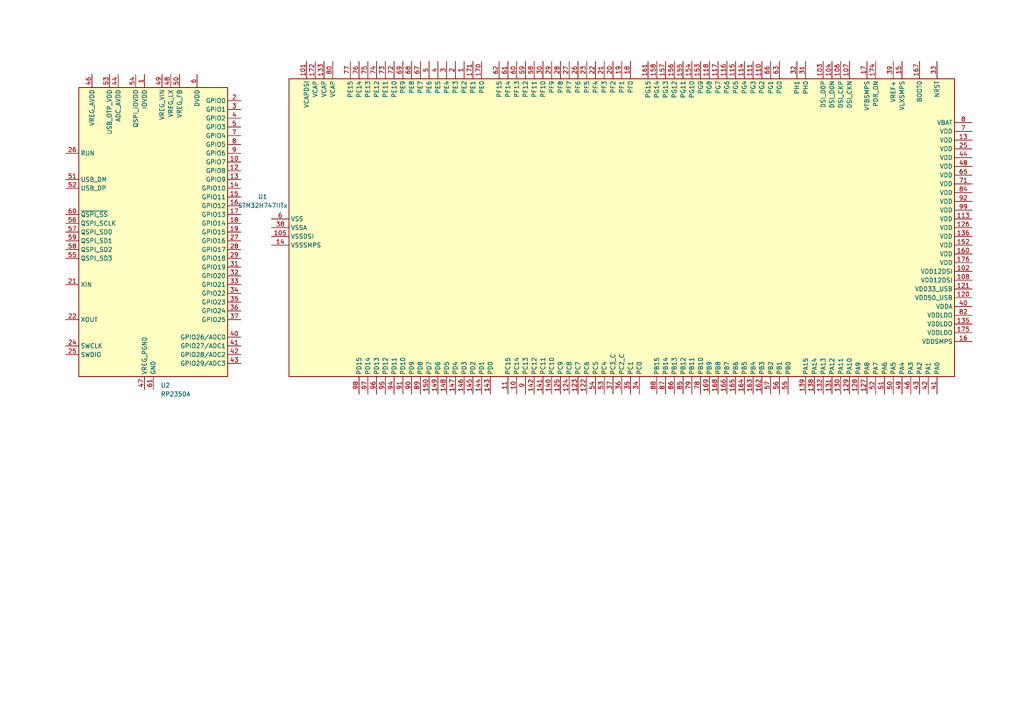
<source format=kicad_sch>
(kicad_sch (version 20250114) (generator "eeschema") (generator_version "9.0")
  (paper "A4")
  (lib_symbols
    (symbol "MCU_RaspberryPi:RP2350A"
      (property "Reference" "U" (at 17.526 47.244 0))
      (property "Value" "RP2350A" (at 17.526 44.704 0))
      (symbol "RP2350A_0_1"
        (rectangle (start -21.59 41.91) (end 21.59 -41.91) (stroke (width 0.254)) (fill (type background)))
      )
      (symbol "RP2350A_1_0"
        (pin power_in line (at -17.78 45.72 270) (length 3.81) (name "VREG_AVDD") (number "46"))
        (pin power_in line (at -12.7 45.72 270) (length 3.81) (name "USB_OTP_VDD") (number "53"))
        (pin power_in line (at -5.08 45.72 270) (length 3.81) (name "QSPI_IOVDD") (number "54"))
        (pin power_in line (at -2.54 -45.72 90) (length 3.81) (name "VREG_PGND") (number "47"))
        (pin passive line (at 12.7 45.72 270) (length 3.81) (hide yes) (name "DVDD") (number "39"))
        (pin power_in line (at 12.7 45.72 270) (length 3.81) (name "DVDD") (number "6"))
      )
      (symbol "RP2350A_1_1"
        (pin input line (at -25.4 22.86 0) (length 3.81) (name "RUN") (number "26"))
        (pin bidirectional line (at -25.4 15.24 0) (length 3.81) (name "USB_DM") (number "51"))
        (pin bidirectional line (at -25.4 12.7 0) (length 3.81) (name "USB_DP") (number "52"))
        (pin output line (at -25.4 5.08 0) (length 3.81) (name "~{QSPI_SS}") (number "60"))
        (pin output line (at -25.4 2.54 0) (length 3.81) (name "QSPI_SCLK") (number "56"))
        (pin bidirectional line (at -25.4 0 0) (length 3.81) (name "QSPI_SD0") (number "57"))
        (pin bidirectional line (at -25.4 -2.54 0) (length 3.81) (name "QSPI_SD1") (number "59"))
        (pin bidirectional line (at -25.4 -5.08 0) (length 3.81) (name "QSPI_SD2") (number "58"))
        (pin bidirectional line (at -25.4 -7.62 0) (length 3.81) (name "QSPI_SD3") (number "55"))
        (pin input line (at -25.4 -15.24 0) (length 3.81) (name "XIN") (number "21"))
        (pin output line (at -25.4 -25.4 0) (length 3.81) (name "XOUT") (number "22"))
        (pin input line (at -25.4 -33.02 0) (length 3.81) (name "SWCLK") (number "24"))
        (pin bidirectional line (at -25.4 -35.56 0) (length 3.81) (name "SWDIO") (number "25"))
        (pin power_in line (at -10.16 45.72 270) (length 3.81) (name "ADC_AVDD") (number "44"))
        (pin power_in line (at -2.54 45.72 270) (length 3.81) (name "IOVDD") (number "1"))
        (pin passive line (at -2.54 45.72 270) (length 3.81) (hide yes) (name "IOVDD") (number "11"))
        (pin passive line (at -2.54 45.72 270) (length 3.81) (hide yes) (name "IOVDD") (number "20"))
        (pin passive line (at -2.54 45.72 270) (length 3.81) (hide yes) (name "IOVDD") (number "30"))
        (pin passive line (at -2.54 45.72 270) (length 3.81) (hide yes) (name "IOVDD") (number "38"))
        (pin passive line (at -2.54 45.72 270) (length 3.81) (hide yes) (name "IOVDD") (number "45"))
        (pin power_in line (at 0 -45.72 90) (length 3.81) (name "GND") (number "61"))
        (pin power_in line (at 2.54 45.72 270) (length 3.81) (name "VREG_VIN") (number "49"))
        (pin power_out line (at 5.08 45.72 270) (length 3.81) (name "VREG_LX") (number "48"))
        (pin passive line (at 7.62 45.72 270) (length 3.81) (name "VREG_FB") (number "50"))
        (pin passive line (at 12.7 45.72 270) (length 3.81) (hide yes) (name "DVDD") (number "23"))
        (pin bidirectional line (at 25.4 38.1 180) (length 3.81) (name "GPIO0") (number "2"))
        (pin bidirectional line (at 25.4 35.56 180) (length 3.81) (name "GPIO1") (number "3"))
        (pin bidirectional line (at 25.4 33.02 180) (length 3.81) (name "GPIO2") (number "4"))
        (pin bidirectional line (at 25.4 30.48 180) (length 3.81) (name "GPIO3") (number "5"))
        (pin bidirectional line (at 25.4 27.94 180) (length 3.81) (name "GPIO4") (number "7"))
        (pin bidirectional line (at 25.4 25.4 180) (length 3.81) (name "GPIO5") (number "8"))
        (pin bidirectional line (at 25.4 22.86 180) (length 3.81) (name "GPIO6") (number "9"))
        (pin bidirectional line (at 25.4 20.32 180) (length 3.81) (name "GPIO7") (number "10"))
        (pin bidirectional line (at 25.4 17.78 180) (length 3.81) (name "GPIO8") (number "12"))
        (pin bidirectional line (at 25.4 15.24 180) (length 3.81) (name "GPIO9") (number "13"))
        (pin bidirectional line (at 25.4 12.7 180) (length 3.81) (name "GPIO10") (number "14"))
        (pin bidirectional line (at 25.4 10.16 180) (length 3.81) (name "GPIO11") (number "15"))
        (pin bidirectional line (at 25.4 7.62 180) (length 3.81) (name "GPIO12") (number "16"))
        (pin bidirectional line (at 25.4 5.08 180) (length 3.81) (name "GPIO13") (number "17"))
        (pin bidirectional line (at 25.4 2.54 180) (length 3.81) (name "GPIO14") (number "18"))
        (pin bidirectional line (at 25.4 0 180) (length 3.81) (name "GPIO15") (number "19"))
        (pin bidirectional line (at 25.4 -2.54 180) (length 3.81) (name "GPIO16") (number "27"))
        (pin bidirectional line (at 25.4 -5.08 180) (length 3.81) (name "GPIO17") (number "28"))
        (pin bidirectional line (at 25.4 -7.62 180) (length 3.81) (name "GPIO18") (number "29"))
        (pin bidirectional line (at 25.4 -10.16 180) (length 3.81) (name "GPIO19") (number "31"))
        (pin bidirectional line (at 25.4 -12.7 180) (length 3.81) (name "GPIO20") (number "32"))
        (pin bidirectional line (at 25.4 -15.24 180) (length 3.81) (name "GPIO21") (number "33"))
        (pin bidirectional line (at 25.4 -17.78 180) (length 3.81) (name "GPIO22") (number "34"))
        (pin bidirectional line (at 25.4 -20.32 180) (length 3.81) (name "GPIO23") (number "35"))
        (pin bidirectional line (at 25.4 -22.86 180) (length 3.81) (name "GPIO24") (number "36"))
        (pin bidirectional line (at 25.4 -25.4 180) (length 3.81) (name "GPIO25") (number "37"))
        (pin bidirectional line (at 25.4 -30.48 180) (length 3.81) (name "GPIO26/ADC0") (number "40"))
        (pin bidirectional line (at 25.4 -33.02 180) (length 3.81) (name "GPIO27/ADC1") (number "41"))
        (pin bidirectional line (at 25.4 -35.56 180) (length 3.81) (name "GPIO28/ADC2") (number "42"))
        (pin bidirectional line (at 25.4 -38.1 180) (length 3.81) (name "GPIO29/ADC3") (number "43"))
      )
    )
    (symbol "MCU_ST_STM32H7:STM32H747IITx"
      (property "Reference" "U" (at -43.18 97.79 0))
      (property "Value" "STM32H747IITx" (at 35.56 97.79 0))
      (symbol "STM32H747IITx_0_1"
        (rectangle (start -43.18 -96.52) (end 43.18 96.52) (stroke (width 0.254)) (fill (type background)))
      )
      (symbol "STM32H747IITx_1_1"
        (pin input line (at -48.26 91.44 0) (length 5.08) (name "NRST") (number "33"))
        (pin input line (at -48.26 86.36 0) (length 5.08) (name "BOOT0") (number "167"))
        (pin power_in line (at -48.26 81.28 0) (length 5.08) (name "VLXSMPS") (number "15"))
        (pin input line (at -48.26 78.74 0) (length 5.08) (name "VREF+") (number "39"))
        (pin input line (at -48.26 73.66 0) (length 5.08) (name "PDR_ON") (number "174"))
        (pin input line (at -48.26 71.12 0) (length 5.08) (name "VFBSMPS") (number "17"))
        (pin bidirectional line (at -48.26 66.04 0) (length 5.08) (name "DSI_CKN") (number "107"))
        (pin bidirectional line (at -48.26 63.5 0) (length 5.08) (name "DSI_CKP") (number "106"))
        (pin bidirectional line (at -48.26 60.96 0) (length 5.08) (name "DSI_D0N") (number "104"))
        (pin bidirectional line (at -48.26 58.42 0) (length 5.08) (name "DSI_D0P") (number "103"))
        (pin bidirectional line (at -48.26 53.34 0) (length 5.08) (name "PH0") (number "31"))
        (pin bidirectional line (at -48.26 50.8 0) (length 5.08) (name "PH1") (number "32"))
        (pin bidirectional line (at -48.26 45.72 0) (length 5.08) (name "PG0") (number "63"))
        (pin bidirectional line (at -48.26 43.18 0) (length 5.08) (name "PG1") (number "66"))
        (pin bidirectional line (at -48.26 40.64 0) (length 5.08) (name "PG2") (number "110"))
        (pin bidirectional line (at -48.26 38.1 0) (length 5.08) (name "PG3") (number "111"))
        (pin bidirectional line (at -48.26 35.56 0) (length 5.08) (name "PG4") (number "114"))
        (pin bidirectional line (at -48.26 33.02 0) (length 5.08) (name "PG5") (number "115"))
        (pin bidirectional line (at -48.26 30.48 0) (length 5.08) (name "PG6") (number "116"))
        (pin bidirectional line (at -48.26 27.94 0) (length 5.08) (name "PG7") (number "117"))
        (pin bidirectional line (at -48.26 25.4 0) (length 5.08) (name "PG8") (number "118"))
        (pin bidirectional line (at -48.26 22.86 0) (length 5.08) (name "PG9") (number "153"))
        (pin bidirectional line (at -48.26 20.32 0) (length 5.08) (name "PG10") (number "154"))
        (pin bidirectional line (at -48.26 17.78 0) (length 5.08) (name "PG11") (number "155"))
        (pin bidirectional line (at -48.26 15.24 0) (length 5.08) (name "PG12") (number "156"))
        (pin bidirectional line (at -48.26 12.7 0) (length 5.08) (name "PG13") (number "157"))
        (pin bidirectional line (at -48.26 10.16 0) (length 5.08) (name "PG14") (number "158"))
        (pin bidirectional line (at -48.26 7.62 0) (length 5.08) (name "PG15") (number "161"))
        (pin bidirectional line (at -48.26 2.54 0) (length 5.08) (name "PF0") (number "18"))
        (pin bidirectional line (at -48.26 0 0) (length 5.08) (name "PF1") (number "19"))
        (pin bidirectional line (at -48.26 -2.54 0) (length 5.08) (name "PF2") (number "20"))
        (pin bidirectional line (at -48.26 -5.08 0) (length 5.08) (name "PF3") (number "21"))
        (pin bidirectional line (at -48.26 -7.62 0) (length 5.08) (name "PF4") (number "22"))
        (pin bidirectional line (at -48.26 -10.16 0) (length 5.08) (name "PF5") (number "23"))
        (pin bidirectional line (at -48.26 -12.7 0) (length 5.08) (name "PF6") (number "26"))
        (pin bidirectional line (at -48.26 -15.24 0) (length 5.08) (name "PF7") (number "27"))
        (pin bidirectional line (at -48.26 -17.78 0) (length 5.08) (name "PF8") (number "28"))
        (pin bidirectional line (at -48.26 -20.32 0) (length 5.08) (name "PF9") (number "29"))
        (pin bidirectional line (at -48.26 -22.86 0) (length 5.08) (name "PF10") (number "30"))
        (pin bidirectional line (at -48.26 -25.4 0) (length 5.08) (name "PF11") (number "58"))
        (pin bidirectional line (at -48.26 -27.94 0) (length 5.08) (name "PF12") (number "59"))
        (pin bidirectional line (at -48.26 -30.48 0) (length 5.08) (name "PF13") (number "60"))
        (pin bidirectional line (at -48.26 -33.02 0) (length 5.08) (name "PF14") (number "61"))
        (pin bidirectional line (at -48.26 -35.56 0) (length 5.08) (name "PF15") (number "62"))
        (pin bidirectional line (at -48.26 -40.64 0) (length 5.08) (name "PE0") (number "170"))
        (pin bidirectional line (at -48.26 -43.18 0) (length 5.08) (name "PE1") (number "171"))
        (pin bidirectional line (at -48.26 -45.72 0) (length 5.08) (name "PE2") (number "1"))
        (pin bidirectional line (at -48.26 -48.26 0) (length 5.08) (name "PE3") (number "2"))
        (pin bidirectional line (at -48.26 -50.8 0) (length 5.08) (name "PE4") (number "3"))
        (pin bidirectional line (at -48.26 -53.34 0) (length 5.08) (name "PE5") (number "4"))
        (pin bidirectional line (at -48.26 -55.88 0) (length 5.08) (name "PE6") (number "5"))
        (pin bidirectional line (at -48.26 -58.42 0) (length 5.08) (name "PE7") (number "67"))
        (pin bidirectional line (at -48.26 -60.96 0) (length 5.08) (name "PE8") (number "68"))
        (pin bidirectional line (at -48.26 -63.5 0) (length 5.08) (name "PE9") (number "69"))
        (pin bidirectional line (at -48.26 -66.04 0) (length 5.08) (name "PE10") (number "72"))
        (pin bidirectional line (at -48.26 -68.58 0) (length 5.08) (name "PE11") (number "73"))
        (pin bidirectional line (at -48.26 -71.12 0) (length 5.08) (name "PE12") (number "74"))
        (pin bidirectional line (at -48.26 -73.66 0) (length 5.08) (name "PE13") (number "75"))
        (pin bidirectional line (at -48.26 -76.2 0) (length 5.08) (name "PE14") (number "76"))
        (pin bidirectional line (at -48.26 -78.74 0) (length 5.08) (name "PE15") (number "77"))
        (pin power_out line (at -48.26 -83.82 0) (length 5.08) (name "VCAP") (number "80"))
        (pin power_out line (at -48.26 -86.36 0) (length 5.08) (name "VCAP") (number "133"))
        (pin power_out line (at -48.26 -88.9 0) (length 5.08) (name "VCAP") (number "172"))
        (pin power_out line (at -48.26 -91.44 0) (length 5.08) (name "VCAPDSI") (number "101"))
        (pin power_in line (at -30.48 101.6 270) (length 5.08) (name "VBAT") (number "8"))
        (pin power_in line (at -27.94 101.6 270) (length 5.08) (name "VDD") (number "7"))
        (pin power_in line (at -25.4 101.6 270) (length 5.08) (name "VDD") (number "13"))
        (pin power_in line (at -22.86 101.6 270) (length 5.08) (name "VDD") (number "25"))
        (pin power_in line (at -20.32 101.6 270) (length 5.08) (name "VDD") (number "44"))
        (pin power_in line (at -17.78 101.6 270) (length 5.08) (name "VDD") (number "48"))
        (pin power_in line (at -15.24 101.6 270) (length 5.08) (name "VDD") (number "65"))
        (pin power_in line (at -12.7 101.6 270) (length 5.08) (name "VDD") (number "71"))
        (pin power_in line (at -10.16 101.6 270) (length 5.08) (name "VDD") (number "84"))
        (pin power_in line (at -7.62 101.6 270) (length 5.08) (name "VDD") (number "92"))
        (pin power_in line (at -5.08 101.6 270) (length 5.08) (name "VDD") (number "99"))
        (pin power_in line (at -2.54 101.6 270) (length 5.08) (name "VDD") (number "113"))
        (pin passive line (at -2.54 -101.6 90) (length 5.08) (hide yes) (name "VSS") (number "100"))
        (pin passive line (at -2.54 -101.6 90) (length 5.08) (hide yes) (name "VSS") (number "112"))
        (pin passive line (at -2.54 -101.6 90) (length 5.08) (hide yes) (name "VSS") (number "119"))
        (pin passive line (at -2.54 -101.6 90) (length 5.08) (hide yes) (name "VSS") (number "12"))
        (pin passive line (at -2.54 -101.6 90) (length 5.08) (hide yes) (name "VSS") (number "134"))
        (pin passive line (at -2.54 -101.6 90) (length 5.08) (hide yes) (name "VSS") (number "137"))
        (pin passive line (at -2.54 -101.6 90) (length 5.08) (hide yes) (name "VSS") (number "151"))
        (pin passive line (at -2.54 -101.6 90) (length 5.08) (hide yes) (name "VSS") (number "159"))
        (pin passive line (at -2.54 -101.6 90) (length 5.08) (hide yes) (name "VSS") (number "173"))
        (pin passive line (at -2.54 -101.6 90) (length 5.08) (hide yes) (name "VSS") (number "24"))
        (pin passive line (at -2.54 -101.6 90) (length 5.08) (hide yes) (name "VSS") (number "45"))
        (pin passive line (at -2.54 -101.6 90) (length 5.08) (hide yes) (name "VSS") (number "47"))
        (pin power_in line (at -2.54 -101.6 90) (length 5.08) (name "VSS") (number "6"))
        (pin passive line (at -2.54 -101.6 90) (length 5.08) (hide yes) (name "VSS") (number "64"))
        (pin passive line (at -2.54 -101.6 90) (length 5.08) (hide yes) (name "VSS") (number "70"))
        (pin passive line (at -2.54 -101.6 90) (length 5.08) (hide yes) (name "VSS") (number "81"))
        (pin passive line (at -2.54 -101.6 90) (length 5.08) (hide yes) (name "VSS") (number "83"))
        (pin passive line (at -2.54 -101.6 90) (length 5.08) (hide yes) (name "VSS") (number "93"))
        (pin power_in line (at 0 101.6 270) (length 5.08) (name "VDD") (number "126"))
        (pin power_in line (at 0 -101.6 90) (length 5.08) (name "VSSA") (number "38"))
        (pin power_in line (at 2.54 101.6 270) (length 5.08) (name "VDD") (number "136"))
        (pin power_in line (at 2.54 -101.6 90) (length 5.08) (name "VSSDSI") (number "105"))
        (pin passive line (at 2.54 -101.6 90) (length 5.08) (hide yes) (name "VSSDSI") (number "109"))
        (pin power_in line (at 5.08 101.6 270) (length 5.08) (name "VDD") (number "152"))
        (pin power_in line (at 5.08 -101.6 90) (length 5.08) (name "VSSSMPS") (number "14"))
        (pin power_in line (at 7.62 101.6 270) (length 5.08) (name "VDD") (number "160"))
        (pin power_in line (at 10.16 101.6 270) (length 5.08) (name "VDD") (number "176"))
        (pin power_in line (at 12.7 101.6 270) (length 5.08) (name "VDD12DSI") (number "102"))
        (pin power_in line (at 15.24 101.6 270) (length 5.08) (name "VDD12DSI") (number "108"))
        (pin power_in line (at 17.78 101.6 270) (length 5.08) (name "VDD33_USB") (number "121"))
        (pin power_in line (at 20.32 101.6 270) (length 5.08) (name "VDD50_USB") (number "120"))
        (pin power_in line (at 22.86 101.6 270) (length 5.08) (name "VDDA") (number "40"))
        (pin power_in line (at 25.4 101.6 270) (length 5.08) (name "VDDLDO") (number "82"))
        (pin power_in line (at 27.94 101.6 270) (length 5.08) (name "VDDLDO") (number "135"))
        (pin power_in line (at 30.48 101.6 270) (length 5.08) (name "VDDLDO") (number "175"))
        (pin power_in line (at 33.02 101.6 270) (length 5.08) (name "VDDSMPS") (number "16"))
        (pin bidirectional line (at 48.26 91.44 180) (length 5.08) (name "PA0") (number "41"))
        (pin bidirectional line (at 48.26 88.9 180) (length 5.08) (name "PA1") (number "42"))
        (pin bidirectional line (at 48.26 86.36 180) (length 5.08) (name "PA2") (number "43"))
        (pin bidirectional line (at 48.26 83.82 180) (length 5.08) (name "PA3") (number "46"))
        (pin bidirectional line (at 48.26 81.28 180) (length 5.08) (name "PA4") (number "49"))
        (pin bidirectional line (at 48.26 78.74 180) (length 5.08) (name "PA5") (number "50"))
        (pin bidirectional line (at 48.26 76.2 180) (length 5.08) (name "PA6") (number "51"))
        (pin bidirectional line (at 48.26 73.66 180) (length 5.08) (name "PA7") (number "52"))
        (pin bidirectional line (at 48.26 71.12 180) (length 5.08) (name "PA8") (number "127"))
        (pin bidirectional line (at 48.26 68.58 180) (length 5.08) (name "PA9") (number "128"))
        (pin bidirectional line (at 48.26 66.04 180) (length 5.08) (name "PA10") (number "129"))
        (pin bidirectional line (at 48.26 63.5 180) (length 5.08) (name "PA11") (number "130"))
        (pin bidirectional line (at 48.26 60.96 180) (length 5.08) (name "PA12") (number "131"))
        (pin bidirectional line (at 48.26 58.42 180) (length 5.08) (name "PA13") (number "132"))
        (pin bidirectional line (at 48.26 55.88 180) (length 5.08) (name "PA14") (number "138"))
        (pin bidirectional line (at 48.26 53.34 180) (length 5.08) (name "PA15") (number "139"))
        (pin bidirectional line (at 48.26 48.26 180) (length 5.08) (name "PB0") (number "55"))
        (pin bidirectional line (at 48.26 45.72 180) (length 5.08) (name "PB1") (number "56"))
        (pin bidirectional line (at 48.26 43.18 180) (length 5.08) (name "PB2") (number "57"))
        (pin bidirectional line (at 48.26 40.64 180) (length 5.08) (name "PB3") (number "162"))
        (pin bidirectional line (at 48.26 38.1 180) (length 5.08) (name "PB4") (number "163"))
        (pin bidirectional line (at 48.26 35.56 180) (length 5.08) (name "PB5") (number "164"))
        (pin bidirectional line (at 48.26 33.02 180) (length 5.08) (name "PB6") (number "165"))
        (pin bidirectional line (at 48.26 30.48 180) (length 5.08) (name "PB7") (number "166"))
        (pin bidirectional line (at 48.26 27.94 180) (length 5.08) (name "PB8") (number "168"))
        (pin bidirectional line (at 48.26 25.4 180) (length 5.08) (name "PB9") (number "169"))
        (pin bidirectional line (at 48.26 22.86 180) (length 5.08) (name "PB10") (number "78"))
        (pin bidirectional line (at 48.26 20.32 180) (length 5.08) (name "PB11") (number "79"))
        (pin bidirectional line (at 48.26 17.78 180) (length 5.08) (name "PB12") (number "85"))
        (pin bidirectional line (at 48.26 15.24 180) (length 5.08) (name "PB13") (number "86"))
        (pin bidirectional line (at 48.26 12.7 180) (length 5.08) (name "PB14") (number "87"))
        (pin bidirectional line (at 48.26 10.16 180) (length 5.08) (name "PB15") (number "88"))
        (pin bidirectional line (at 48.26 5.08 180) (length 5.08) (name "PC0") (number "34"))
        (pin bidirectional line (at 48.26 2.54 180) (length 5.08) (name "PC1") (number "35"))
        (pin bidirectional line (at 48.26 0 180) (length 5.08) (name "PC2_C") (number "36"))
        (pin bidirectional line (at 48.26 -2.54 180) (length 5.08) (name "PC3_C") (number "37"))
        (pin bidirectional line (at 48.26 -5.08 180) (length 5.08) (name "PC4") (number "53"))
        (pin bidirectional line (at 48.26 -7.62 180) (length 5.08) (name "PC5") (number "54"))
        (pin bidirectional line (at 48.26 -10.16 180) (length 5.08) (name "PC6") (number "122"))
        (pin bidirectional line (at 48.26 -12.7 180) (length 5.08) (name "PC7") (number "123"))
        (pin bidirectional line (at 48.26 -15.24 180) (length 5.08) (name "PC8") (number "124"))
        (pin bidirectional line (at 48.26 -17.78 180) (length 5.08) (name "PC9") (number "125"))
        (pin bidirectional line (at 48.26 -20.32 180) (length 5.08) (name "PC10") (number "140"))
        (pin bidirectional line (at 48.26 -22.86 180) (length 5.08) (name "PC11") (number "141"))
        (pin bidirectional line (at 48.26 -25.4 180) (length 5.08) (name "PC12") (number "142"))
        (pin bidirectional line (at 48.26 -27.94 180) (length 5.08) (name "PC13") (number "9"))
        (pin bidirectional line (at 48.26 -30.48 180) (length 5.08) (name "PC14") (number "10"))
        (pin bidirectional line (at 48.26 -33.02 180) (length 5.08) (name "PC15") (number "11"))
        (pin bidirectional line (at 48.26 -38.1 180) (length 5.08) (name "PD0") (number "143"))
        (pin bidirectional line (at 48.26 -40.64 180) (length 5.08) (name "PD1") (number "144"))
        (pin bidirectional line (at 48.26 -43.18 180) (length 5.08) (name "PD2") (number "145"))
        (pin bidirectional line (at 48.26 -45.72 180) (length 5.08) (name "PD3") (number "146"))
        (pin bidirectional line (at 48.26 -48.26 180) (length 5.08) (name "PD4") (number "147"))
        (pin bidirectional line (at 48.26 -50.8 180) (length 5.08) (name "PD5") (number "148"))
        (pin bidirectional line (at 48.26 -53.34 180) (length 5.08) (name "PD6") (number "149"))
        (pin bidirectional line (at 48.26 -55.88 180) (length 5.08) (name "PD7") (number "150"))
        (pin bidirectional line (at 48.26 -58.42 180) (length 5.08) (name "PD8") (number "89"))
        (pin bidirectional line (at 48.26 -60.96 180) (length 5.08) (name "PD9") (number "90"))
        (pin bidirectional line (at 48.26 -63.5 180) (length 5.08) (name "PD10") (number "91"))
        (pin bidirectional line (at 48.26 -66.04 180) (length 5.08) (name "PD11") (number "94"))
        (pin bidirectional line (at 48.26 -68.58 180) (length 5.08) (name "PD12") (number "95"))
        (pin bidirectional line (at 48.26 -71.12 180) (length 5.08) (name "PD13") (number "96"))
        (pin bidirectional line (at 48.26 -73.66 180) (length 5.08) (name "PD14") (number "97"))
        (pin bidirectional line (at 48.26 -76.2 180) (length 5.08) (name "PD15") (number "98"))
      )
    )
  )
  (symbol (lib_id "MCU_RaspberryPi:RP2350A") (at 44.45 67.31 0) (unit 1)
    (property "Reference" "U2" (at 46.5933 111.76 0) (effects (justify left)))
    (property "Value" "RP2350A" (at 46.5933 114.3 0) (effects (justify left)))
    (property "Footprint" "Package_DFN_QFN:QFN-60-1EP_7x7mm_P0.4mm_EP3.4x3.4mm" (effects (hide yes)))
    (property "Datasheet" "https://datasheets.raspberrypi.com/rp2350/rp2350-datasheet.pdf" (effects (hide yes)))
    (property "Description" "A microcontroller by Raspberry Pi, dual CPU architecture (ARM Cortex-M33 / RISC-V Hazard3), 150MHz, no flash, 520KB SRAM, 12 PIO state machines, VQFN-60" (effects (hide yes)))
    (property private "KLC_S4.2_DVDD" "Not a standalone power converter; internal on-chip voltage regulator for digital core supply; DVDD is the digital core power supply, should be placed next to voltage regulator output." (effects (hide yes)))
    (property private "KLC_S4.2_VREG_LX" "Should be placed next to DVDD." (effects (hide yes)))
  )
  (symbol (lib_id "MCU_ST_STM32H7:STM32H747IITx") (at 180.34 66.04 270) (unit 1)
    (property "Reference" "U1" (at 76.2 57.0798 90))
    (property "Value" "STM32H747IITx" (at 76.2 59.6198 90))
    (property "Footprint" "Package_QFP:LQFP-176_24x24mm_P0.5mm" (effects (hide yes)))
    (property "Datasheet" "https://www.st.com/resource/en/datasheet/stm32h747ii.pdf" (effects (hide yes)))
    (property "Description" "STMicroelectronics Arm Cortex-M7 MCU, 2048KB flash, 1024KB RAM, 480 MHz, 1.62-3.6V, 114 GPIO, LQFP176" (effects (hide yes)))
  )
)
</source>
